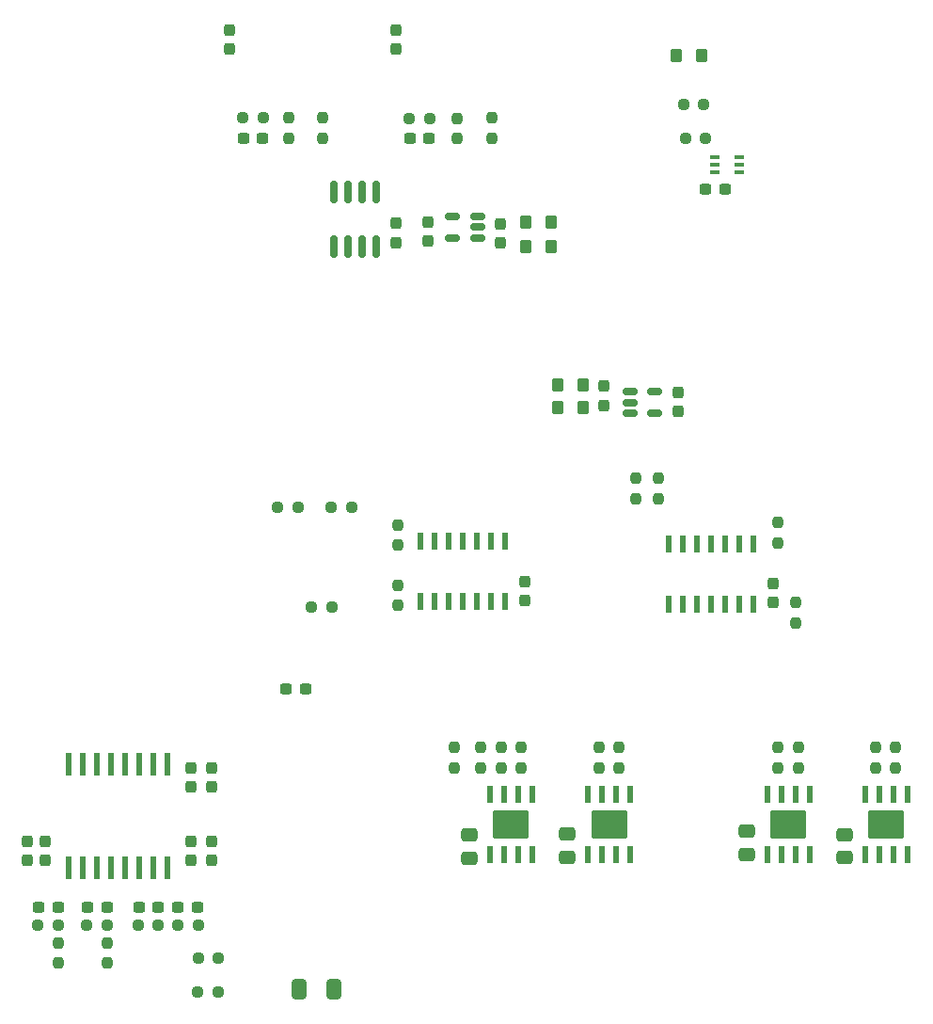
<source format=gbr>
%TF.GenerationSoftware,KiCad,Pcbnew,8.0.1-8.0.1-0~ubuntu23.10.1*%
%TF.CreationDate,2024-04-25T23:44:33+01:00*%
%TF.ProjectId,g5500-pidrive,67353530-302d-4706-9964-726976652e6b,rev?*%
%TF.SameCoordinates,Original*%
%TF.FileFunction,Paste,Top*%
%TF.FilePolarity,Positive*%
%FSLAX46Y46*%
G04 Gerber Fmt 4.6, Leading zero omitted, Abs format (unit mm)*
G04 Created by KiCad (PCBNEW 8.0.1-8.0.1-0~ubuntu23.10.1) date 2024-04-25 23:44:33*
%MOMM*%
%LPD*%
G01*
G04 APERTURE LIST*
G04 Aperture macros list*
%AMRoundRect*
0 Rectangle with rounded corners*
0 $1 Rounding radius*
0 $2 $3 $4 $5 $6 $7 $8 $9 X,Y pos of 4 corners*
0 Add a 4 corners polygon primitive as box body*
4,1,4,$2,$3,$4,$5,$6,$7,$8,$9,$2,$3,0*
0 Add four circle primitives for the rounded corners*
1,1,$1+$1,$2,$3*
1,1,$1+$1,$4,$5*
1,1,$1+$1,$6,$7*
1,1,$1+$1,$8,$9*
0 Add four rect primitives between the rounded corners*
20,1,$1+$1,$2,$3,$4,$5,0*
20,1,$1+$1,$4,$5,$6,$7,0*
20,1,$1+$1,$6,$7,$8,$9,0*
20,1,$1+$1,$8,$9,$2,$3,0*%
G04 Aperture macros list end*
%ADD10RoundRect,0.237500X0.237500X-0.250000X0.237500X0.250000X-0.237500X0.250000X-0.237500X-0.250000X0*%
%ADD11RoundRect,0.237500X-0.250000X-0.237500X0.250000X-0.237500X0.250000X0.237500X-0.250000X0.237500X0*%
%ADD12RoundRect,0.237500X-0.237500X0.250000X-0.237500X-0.250000X0.237500X-0.250000X0.237500X0.250000X0*%
%ADD13RoundRect,0.237500X0.250000X0.237500X-0.250000X0.237500X-0.250000X-0.237500X0.250000X-0.237500X0*%
%ADD14RoundRect,0.250000X0.475000X-0.337500X0.475000X0.337500X-0.475000X0.337500X-0.475000X-0.337500X0*%
%ADD15RoundRect,0.250000X-0.412500X-0.650000X0.412500X-0.650000X0.412500X0.650000X-0.412500X0.650000X0*%
%ADD16RoundRect,0.237500X0.237500X-0.300000X0.237500X0.300000X-0.237500X0.300000X-0.237500X-0.300000X0*%
%ADD17R,0.600000X1.550000*%
%ADD18RoundRect,0.001000X-1.550000X1.200000X-1.550000X-1.200000X1.550000X-1.200000X1.550000X1.200000X0*%
%ADD19RoundRect,0.150000X-0.150000X0.825000X-0.150000X-0.825000X0.150000X-0.825000X0.150000X0.825000X0*%
%ADD20RoundRect,0.237500X0.300000X0.237500X-0.300000X0.237500X-0.300000X-0.237500X0.300000X-0.237500X0*%
%ADD21RoundRect,0.250000X-0.275000X-0.350000X0.275000X-0.350000X0.275000X0.350000X-0.275000X0.350000X0*%
%ADD22RoundRect,0.237500X-0.237500X0.300000X-0.237500X-0.300000X0.237500X-0.300000X0.237500X0.300000X0*%
%ADD23RoundRect,0.250000X0.275000X0.350000X-0.275000X0.350000X-0.275000X-0.350000X0.275000X-0.350000X0*%
%ADD24RoundRect,0.237500X-0.300000X-0.237500X0.300000X-0.237500X0.300000X0.237500X-0.300000X0.237500X0*%
%ADD25RoundRect,0.150000X0.512500X0.150000X-0.512500X0.150000X-0.512500X-0.150000X0.512500X-0.150000X0*%
%ADD26R,0.950000X0.400000*%
%ADD27RoundRect,0.150000X-0.512500X-0.150000X0.512500X-0.150000X0.512500X0.150000X-0.512500X0.150000X0*%
%ADD28R,0.600000X2.000000*%
G04 APERTURE END LIST*
D10*
%TO.C,R35*%
X71600000Y-88425000D03*
X71600000Y-86600000D03*
%TD*%
D11*
%TO.C,R34*%
X63800000Y-88600000D03*
X65625000Y-88600000D03*
%TD*%
D12*
%TO.C,R33*%
X71600000Y-81200000D03*
X71600000Y-83025000D03*
%TD*%
D13*
%TO.C,R32*%
X67425000Y-79600000D03*
X65600000Y-79600000D03*
%TD*%
D11*
%TO.C,R31*%
X60775000Y-79600000D03*
X62600000Y-79600000D03*
%TD*%
D10*
%TO.C,R30*%
X93000000Y-77000000D03*
X93000000Y-78825000D03*
%TD*%
D12*
%TO.C,R29*%
X95000000Y-77000000D03*
X95000000Y-78825000D03*
%TD*%
%TO.C,R28*%
X105800000Y-80975000D03*
X105800000Y-82800000D03*
%TD*%
D14*
%TO.C,C23*%
X78000000Y-111185000D03*
X78000000Y-109110000D03*
%TD*%
%TO.C,C22*%
X86870000Y-111085000D03*
X86870000Y-109010000D03*
%TD*%
%TO.C,C21*%
X103000000Y-110837500D03*
X103000000Y-108762500D03*
%TD*%
%TO.C,C20*%
X111800000Y-111110000D03*
X111800000Y-109035000D03*
%TD*%
D15*
%TO.C,C1*%
X62700000Y-123000000D03*
X65825000Y-123000000D03*
%TD*%
D12*
%TO.C,R2*%
X41000000Y-118775000D03*
X41000000Y-120600000D03*
%TD*%
D16*
%TO.C,C31*%
X105400000Y-88200000D03*
X105400000Y-86475000D03*
%TD*%
D17*
%TO.C,IC5*%
X92540000Y-105435000D03*
X91270000Y-105435000D03*
X90000000Y-105435000D03*
X88730000Y-105435000D03*
X88730000Y-110835000D03*
X90000000Y-110835000D03*
X91270000Y-110835000D03*
X92540000Y-110835000D03*
D18*
X90635000Y-108135000D03*
%TD*%
D19*
%TO.C,U4*%
X69670000Y-51250000D03*
X68400000Y-51250000D03*
X67130000Y-51250000D03*
X65860000Y-51250000D03*
X65860000Y-56200000D03*
X67130000Y-56200000D03*
X68400000Y-56200000D03*
X69670000Y-56200000D03*
%TD*%
D11*
%TO.C,R3*%
X43575000Y-117175000D03*
X45400000Y-117175000D03*
%TD*%
D10*
%TO.C,R12*%
X116415000Y-103060000D03*
X116415000Y-101235000D03*
%TD*%
D20*
%TO.C,C15*%
X59400000Y-46400000D03*
X57675000Y-46400000D03*
%TD*%
D10*
%TO.C,R17*%
X80870000Y-103035000D03*
X80870000Y-101210000D03*
%TD*%
D21*
%TO.C,FB5*%
X98950000Y-39000000D03*
X96650000Y-39000000D03*
%TD*%
D22*
%TO.C,C19*%
X71400000Y-36675000D03*
X71400000Y-38400000D03*
%TD*%
D11*
%TO.C,R24*%
X53575000Y-123200000D03*
X55400000Y-123200000D03*
%TD*%
D12*
%TO.C,R7*%
X64800000Y-44575000D03*
X64800000Y-46400000D03*
%TD*%
D16*
%TO.C,C13*%
X54800000Y-111400000D03*
X54800000Y-109675000D03*
%TD*%
%TO.C,C10*%
X53000000Y-111400000D03*
X53000000Y-109675000D03*
%TD*%
D10*
%TO.C,R19*%
X79070000Y-103035000D03*
X79070000Y-101210000D03*
%TD*%
D23*
%TO.C,FB2*%
X85400000Y-54000000D03*
X83100000Y-54000000D03*
%TD*%
D12*
%TO.C,R6*%
X76937500Y-44625000D03*
X76937500Y-46450000D03*
%TD*%
D22*
%TO.C,C5*%
X96860000Y-69280000D03*
X96860000Y-71005000D03*
%TD*%
D16*
%TO.C,C32*%
X83000000Y-88000000D03*
X83000000Y-86275000D03*
%TD*%
D22*
%TO.C,C8*%
X54800000Y-103075000D03*
X54800000Y-104800000D03*
%TD*%
D17*
%TO.C,U5*%
X103610000Y-82900000D03*
X102340000Y-82900000D03*
X101070000Y-82900000D03*
X99800000Y-82900000D03*
X98530000Y-82900000D03*
X97260000Y-82900000D03*
X95990000Y-82900000D03*
X95990000Y-88300000D03*
X97260000Y-88300000D03*
X98530000Y-88300000D03*
X99800000Y-88300000D03*
X101070000Y-88300000D03*
X102340000Y-88300000D03*
X103610000Y-88300000D03*
%TD*%
%TO.C,IC3*%
X117470000Y-105435000D03*
X116200000Y-105435000D03*
X114930000Y-105435000D03*
X113660000Y-105435000D03*
X113660000Y-110835000D03*
X114930000Y-110835000D03*
X116200000Y-110835000D03*
X117470000Y-110835000D03*
D18*
X115565000Y-108135000D03*
%TD*%
D11*
%TO.C,R10*%
X72612500Y-44650000D03*
X74437500Y-44650000D03*
%TD*%
D10*
%TO.C,R18*%
X82670000Y-103035000D03*
X82670000Y-101210000D03*
%TD*%
%TO.C,R16*%
X91470000Y-103035000D03*
X91470000Y-101210000D03*
%TD*%
D24*
%TO.C,C9*%
X99300000Y-51000000D03*
X101025000Y-51000000D03*
%TD*%
%TO.C,C12*%
X43675000Y-115575000D03*
X45400000Y-115575000D03*
%TD*%
D25*
%TO.C,U1*%
X78768750Y-55356250D03*
X78768750Y-54406250D03*
X78768750Y-53456250D03*
X76493750Y-53456250D03*
X76493750Y-55356250D03*
%TD*%
D10*
%TO.C,R20*%
X76670000Y-103060000D03*
X76670000Y-101235000D03*
%TD*%
D24*
%TO.C,C6*%
X61537500Y-95925000D03*
X63262500Y-95925000D03*
%TD*%
D11*
%TO.C,R23*%
X51800000Y-117175000D03*
X53625000Y-117175000D03*
%TD*%
D20*
%TO.C,C29*%
X50000000Y-115575000D03*
X48275000Y-115575000D03*
%TD*%
%TO.C,C16*%
X74400000Y-46400000D03*
X72675000Y-46400000D03*
%TD*%
D22*
%TO.C,C3*%
X90110000Y-68730000D03*
X90110000Y-70455000D03*
%TD*%
D16*
%TO.C,C4*%
X74293750Y-55656250D03*
X74293750Y-53931250D03*
%TD*%
D21*
%TO.C,FB3*%
X86000000Y-68600000D03*
X88300000Y-68600000D03*
%TD*%
D17*
%TO.C,IC6*%
X83670000Y-105435000D03*
X82400000Y-105435000D03*
X81130000Y-105435000D03*
X79860000Y-105435000D03*
X79860000Y-110835000D03*
X81130000Y-110835000D03*
X82400000Y-110835000D03*
X83670000Y-110835000D03*
D18*
X81765000Y-108135000D03*
%TD*%
D17*
%TO.C,U6*%
X81210000Y-82700000D03*
X79940000Y-82700000D03*
X78670000Y-82700000D03*
X77400000Y-82700000D03*
X76130000Y-82700000D03*
X74860000Y-82700000D03*
X73590000Y-82700000D03*
X73590000Y-88100000D03*
X74860000Y-88100000D03*
X76130000Y-88100000D03*
X77400000Y-88100000D03*
X78670000Y-88100000D03*
X79940000Y-88100000D03*
X81210000Y-88100000D03*
%TD*%
D10*
%TO.C,R11*%
X114615000Y-103060000D03*
X114615000Y-101235000D03*
%TD*%
D12*
%TO.C,R4*%
X45400000Y-118775000D03*
X45400000Y-120600000D03*
%TD*%
D13*
%TO.C,R25*%
X99312500Y-46400000D03*
X97487500Y-46400000D03*
%TD*%
D26*
%TO.C,IC2*%
X100100000Y-48150000D03*
X100100000Y-48800000D03*
X100100000Y-49450000D03*
X102300000Y-49450000D03*
X102300000Y-48800000D03*
X102300000Y-48150000D03*
%TD*%
D11*
%TO.C,R1*%
X39175000Y-117175000D03*
X41000000Y-117175000D03*
%TD*%
D27*
%TO.C,U2*%
X92460000Y-69230000D03*
X92460000Y-70180000D03*
X92460000Y-71130000D03*
X94735000Y-71130000D03*
X94735000Y-69230000D03*
%TD*%
D10*
%TO.C,R15*%
X89670000Y-103035000D03*
X89670000Y-101210000D03*
%TD*%
D23*
%TO.C,FB1*%
X85400000Y-56162500D03*
X83100000Y-56162500D03*
%TD*%
D11*
%TO.C,R8*%
X57625000Y-44600000D03*
X59450000Y-44600000D03*
%TD*%
D22*
%TO.C,C18*%
X56400000Y-36675000D03*
X56400000Y-38400000D03*
%TD*%
D10*
%TO.C,R14*%
X107615000Y-103060000D03*
X107615000Y-101235000D03*
%TD*%
D13*
%TO.C,R26*%
X99112500Y-43400000D03*
X97287500Y-43400000D03*
%TD*%
D12*
%TO.C,R9*%
X80035000Y-44587500D03*
X80035000Y-46412500D03*
%TD*%
D10*
%TO.C,R13*%
X105815000Y-103060000D03*
X105815000Y-101235000D03*
%TD*%
D11*
%TO.C,R22*%
X53600000Y-120175000D03*
X55425000Y-120175000D03*
%TD*%
D16*
%TO.C,C28*%
X71400000Y-55800000D03*
X71400000Y-54075000D03*
%TD*%
D12*
%TO.C,R27*%
X107400000Y-88175000D03*
X107400000Y-90000000D03*
%TD*%
D17*
%TO.C,IC4*%
X108670000Y-105435000D03*
X107400000Y-105435000D03*
X106130000Y-105435000D03*
X104860000Y-105435000D03*
X104860000Y-110835000D03*
X106130000Y-110835000D03*
X107400000Y-110835000D03*
X108670000Y-110835000D03*
D18*
X106765000Y-108135000D03*
%TD*%
D28*
%TO.C,IC1*%
X41920000Y-112000000D03*
X43190000Y-112000000D03*
X44460000Y-112000000D03*
X45730000Y-112000000D03*
X47000000Y-112000000D03*
X48270000Y-112000000D03*
X49540000Y-112000000D03*
X50810000Y-112000000D03*
X50810000Y-102700000D03*
X49540000Y-102700000D03*
X48270000Y-102700000D03*
X47000000Y-102700000D03*
X45730000Y-102700000D03*
X44460000Y-102700000D03*
X43190000Y-102700000D03*
X41920000Y-102700000D03*
%TD*%
D12*
%TO.C,R5*%
X61800000Y-44575000D03*
X61800000Y-46400000D03*
%TD*%
D22*
%TO.C,C14*%
X39800000Y-109675000D03*
X39800000Y-111400000D03*
%TD*%
D24*
%TO.C,C30*%
X51800000Y-115575000D03*
X53525000Y-115575000D03*
%TD*%
%TO.C,C11*%
X39275000Y-115575000D03*
X41000000Y-115575000D03*
%TD*%
D22*
%TO.C,C7*%
X53000000Y-103075000D03*
X53000000Y-104800000D03*
%TD*%
D16*
%TO.C,C2*%
X80843750Y-55843750D03*
X80843750Y-54118750D03*
%TD*%
D13*
%TO.C,R21*%
X50025000Y-117175000D03*
X48200000Y-117175000D03*
%TD*%
D22*
%TO.C,C17*%
X38250000Y-109675000D03*
X38250000Y-111400000D03*
%TD*%
D21*
%TO.C,FB4*%
X85985000Y-70630000D03*
X88285000Y-70630000D03*
%TD*%
M02*

</source>
